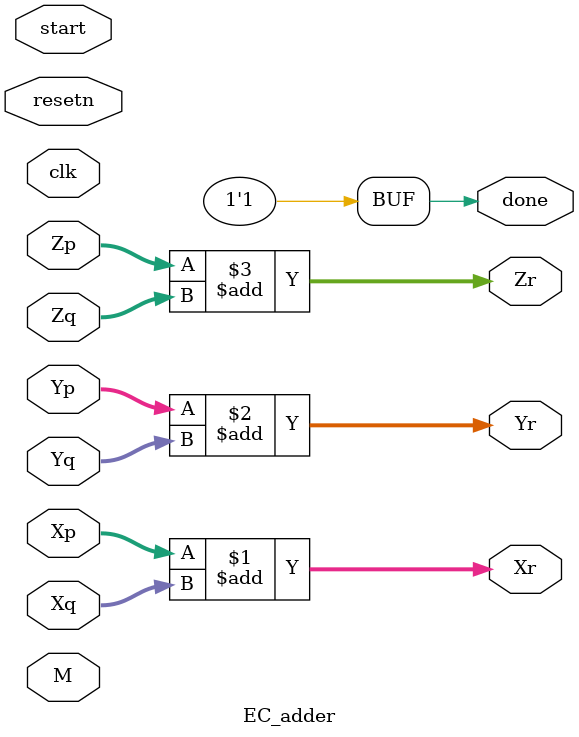
<source format=v>
module EC_adder (
    input  wire          clk,
    input  wire          resetn,
    input  wire          start,
    input  wire [380:0]  Xp,
    input  wire [380:0]  Yp,
    input  wire [380:0]  Zp,
    input  wire [380:0]  Xq,
    input  wire [380:0]  Yq,
    input  wire [380:0]  Zq,
    input  wire [380:0]  M,
    output wire [380:0]  Xr,
    output wire [380:0]  Yr,
    output wire [380:0]  Zr,
    output wire          done
    );

    assign Xr = Xp + Xq; // Placeholder logic
    assign Yr = Yp + Yq; // Placeholder logic
    assign Zr = Zp + Zq; // Placeholder logic
    assign done = 1'b1;  // Placeholder logic

endmodule
</source>
